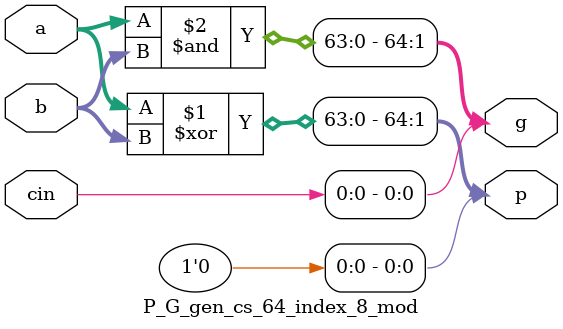
<source format=v>
/* verilator lint_off EOFNEWLINE */
/* verilator lint_off UNUSEDSIGNAL */
/* verilator lint_off WIDTHEXPAND */
/* verilator lint_off UNOPTFLAT */
module CS_Index_8_mod (a,b,cin,sum,cout);

input [64:1] a,b;
input cin;
output [64:1] sum;
output cout;

wire [64:0]p;
wire [64:0]g;

P_G_gen_cs_64_index_8_mod pg_gen_cs_16_mod (a,b,cin,p,g);

//level 1
wire [31:0] gnpg_level1;
wire [31:0] pp_level1;

genvar i;
generate
     for (i = 0;i<32 ;i=i+1 ) begin
        assign gnpg_level1[i]=g[i*2+1]|p[i*2+1]&g[2*i];  // gnpg[0]=g1+p1g0  // 2
        assign pp_level1[i]=p[i*2+1]&p[i*2];              // pp[0]=p1p0
   end
endgenerate

//level 2
wire [15:0] gnpg_level2;
wire [15:0] pp_level2;
generate 
    for (i = 0;i<16 ;i=i+1 ) begin
        assign gnpg_level2[i]=gnpg_level1[i*2+1]|pp_level1[i*2+1]&gnpg_level1[i*2];  // 4
        assign pp_level2[i]=pp_level1[i*2+1]&pp_level1[i*2];
   end
endgenerate

//level3
wire [7:0] gnpg_level3;
wire [7:0] pp_level3;

generate
    for (i = 0;i<8;i=i+1 ) begin
        assign gnpg_level3[i]=gnpg_level2[i*2+1]|pp_level2[i*2+1]&gnpg_level2[i*2]; // 8 16-8 24-16 32-24...
        assign pp_level3[i]=pp_level2[i*2+1]&pp_level2[i*2];
   end
endgenerate

wire [8:1] c8n;
assign c8n[1]=gnpg_level3[0]; // 8
assign sum[8]= c8n[1]^p[8];
assign c8n[2]=gnpg_level3[1]|pp_level3[1]&c8n[1]; // 16
assign sum[16]=c8n[2]^p[16];
assign c8n[3]=gnpg_level3[2]|pp_level3[2]&c8n[2]; // 24
assign sum[24]=c8n[3]^p[24];
assign c8n[4]=gnpg_level3[3]|pp_level3[3]&c8n[3]; // 32
assign sum[32]=c8n[4]^p[32];
assign c8n[5]=gnpg_level3[4]|pp_level3[4]&c8n[4]; // 40
assign sum[40]=c8n[5]^p[40];
assign c8n[6]=gnpg_level3[5]|pp_level3[5]&c8n[5]; // 48
assign sum[48]=c8n[6]^p[48];
assign c8n[7]=gnpg_level3[6]|pp_level3[6]&c8n[6]; // 56
assign sum[56]=c8n[7]^p[56];
assign c8n[8]=gnpg_level3[7]|pp_level3[7]&c8n[7]; // 64
assign sum[64]=c8n[8]^p[64];

assign cout=g[64]|p[64]&c8n[8];
wire c3;
assign sum[1]= cin^p[1];
assign sum[2]= gnpg_level1[0]^p[2];
assign c3=g[2]|p[2]&gnpg_level1[0];
assign sum[3]= c3^p[3];
assign sum[4]= gnpg_level2[0]^p[4];

wire tmp1,tmp2,c6,pptmp2,c5;
assign tmp1=g[4]|p[4]& gnpg_level2[0];
assign sum[5]=tmp1^p[5];
assign tmp2=g[6]|p[6]&g[5];
assign pptmp2=p[6]&p[5];
assign c5=g[5]|p[5]&tmp1;
assign sum[6]=c5^p[6];
assign c6=tmp2|pptmp2&tmp1;
assign sum[7]=p[7]^c6;

wire c13,c12,c11,c9,c8;
wire [3:0]tmp3,pptmp3;
assign tmp3[0]=g[8]|p[8]&c8n[1];
generate
    for (i = 1;i<4;i=i+1 ) begin
        assign tmp3[i]=g[8+2*i]|p[8+2*i]&g[7+2*i];
        assign pptmp3[i]= p[8+2*i]&p[7+2*i];
   end
endgenerate
assign sum[9]=tmp3[0]^p[9]; 
wire [1:0] tmp4;
wire pptmp4;
assign tmp4[0]= tmp3[1]|pptmp3[1]&tmp3[0];
assign c9=g[9]|p[9]&tmp3[0];
assign sum[10]=c9^p[10];
assign sum[11]=tmp4[0]^p[11];
assign tmp4[1]= tmp3[3]|pptmp3[3]&tmp3[2];
assign c11=g[11]|p[11]&tmp4[0];
assign sum[12]=c11^p[12];
assign c12=tmp3[2]|pptmp3[2]&tmp4[0];
assign sum[13]=c12^p[13];
wire tmp6,pptmp6;
assign tmp6=gnpg_level1[6]|pp_level1[6]&gnpg_level1[5];
assign pptmp6=pp_level1[6]&pp_level1[5];
assign c13=tmp6|pptmp6&c9;
assign sum[14]=c13^p[14];
assign pptmp4= pptmp3[3]&pptmp3[2];
wire tmp5;
assign tmp5= tmp4[1]|pptmp4&tmp4[0];
assign sum[15]=tmp5^p[15];

wire [3:0]tmp_from_c15,pptmp_from_c15;
wire [1:0]tmp_next_from_c15;
wire pptmp_next_from_c15;
wire c22;
assign tmp_from_c15[0]=g[16]|p[16]&c8n[2];
generate
    for (i = 1;i<4;i=i+1 ) begin
        assign tmp_from_c15[i]=g[16+2*i]|p[16+2*i]&g[15+2*i];
        assign pptmp_from_c15[i]= p[16+2*i]&p[15+2*i];
   end
endgenerate
assign sum[17]=tmp_from_c15[0]^p[17];
assign tmp_next_from_c15[0]= tmp_from_c15[1]|pptmp_from_c15[1]&tmp_from_c15[0];
wire c17;
assign c17=g[17]|p[17]&tmp_from_c15[0];
assign sum[18]=c17^p[18];
assign tmp_next_from_c15[1]= tmp_from_c15[3]|pptmp_from_c15[3]&tmp_from_c15[2];
assign sum[19]=tmp_next_from_c15[0]^p[19];
wire c19;
assign c19=g[19]|p[19]&tmp_next_from_c15[0];
assign sum[20]=c19^p[20];
wire c20;
assign c20=tmp_from_c15[2]|pptmp_from_c15[2]&tmp_next_from_c15[0];
assign sum[21]=c20^p[21];
assign pptmp_next_from_c15= pptmp_from_c15[3]&pptmp_from_c15[2];
wire c21;
wire c21_tmp;
wire c21_pptmp;
assign c21_tmp=gnpg_level1[10]|pp_level1[10]&gnpg_level1[9];
assign c21_pptmp=pp_level1[10]&pp_level1[9];
assign c21=c21_tmp|c21_pptmp&c17;
assign sum[22]=c21^p[22];
assign c22=tmp_next_from_c15[1]|pptmp_next_from_c15&tmp_next_from_c15[0];
assign sum[23]=c22^p[23];


wire [3:0]tmp_from_c23,pptmp_from_c23;
wire [1:0]tmp_next_from_c23;
wire pptmp_next_from_c23;
wire c30;
assign tmp_from_c23[0]=g[24]|p[24]&c8n[3];
generate
    for (i = 1;i<4;i=i+1 ) begin
        assign tmp_from_c23[i]=g[24+2*i]|p[24+2*i]&g[23+2*i];
        assign pptmp_from_c23[i]= p[24+2*i]&p[23+2*i];
   end
endgenerate
assign sum[25]=tmp_from_c23[0]^p[25];
assign tmp_next_from_c23[0]= tmp_from_c23[1]|pptmp_from_c23[1]&tmp_from_c23[0];
wire c25;
assign c25=g[25]|p[25]&tmp_from_c23[0];
assign sum[26]=c25^p[26];
assign tmp_next_from_c23[1]= tmp_from_c23[3]|pptmp_from_c23[3]&tmp_from_c23[2];
assign sum[27]=tmp_next_from_c23[0]^p[27];
wire c27;
assign c27=g[27]|p[27]&tmp_next_from_c23[0];
assign sum[28]=c27^p[28];
wire c28;
assign c28=tmp_from_c23[2]|pptmp_from_c23[2]&tmp_next_from_c23[0];
assign sum[29]=c28^p[29];
assign pptmp_next_from_c23= pptmp_from_c23[3]&pptmp_from_c23[2];
wire c29;
wire c29_tmp;
wire c29_pptmp;
assign c29_tmp=gnpg_level1[14]|pp_level1[14]&gnpg_level1[13];
assign c29_pptmp=pp_level1[14]&pp_level1[13];
assign c29=c29_tmp|c29_pptmp&c25;
assign sum[30]=c29^p[30];
assign c30=tmp_next_from_c23[1]|pptmp_next_from_c23&tmp_next_from_c23[0];
assign sum[31]=c30^p[31];

wire [3:0]tmp_from_c31,pptmp_from_c31;
wire [1:0]tmp_next_from_c31;
wire pptmp_next_from_c31;
wire c38;
assign tmp_from_c31[0]=g[32]|p[32]&c8n[4];
generate
    for (i = 1;i<4;i=i+1 ) begin
        assign tmp_from_c31[i]=g[32+2*i]|p[32+2*i]&g[31+2*i];
        assign pptmp_from_c31[i]= p[32+2*i]&p[31+2*i];
   end
endgenerate
assign sum[33]=tmp_from_c31[0]^p[33];
assign tmp_next_from_c31[0]= tmp_from_c31[1]|pptmp_from_c31[1]&tmp_from_c31[0];
wire c33;
assign c33=g[33]|p[33]&tmp_from_c31[0];
assign sum[34]=c33^p[34];
assign tmp_next_from_c31[1]= tmp_from_c31[3]|pptmp_from_c31[3]&tmp_from_c31[2];
assign sum[35]=tmp_next_from_c31[0]^p[35];
wire c35;
assign c35=g[35]|p[35]&tmp_next_from_c31[0];
assign sum[36]=c35^p[36];
wire c36;
assign c36=tmp_from_c31[2]|pptmp_from_c31[2]&tmp_next_from_c31[0];
assign sum[37]=c36^p[37];
assign pptmp_next_from_c31= pptmp_from_c31[3]&pptmp_from_c31[2];
wire c37;
wire c37_tmp;
wire c37_pptmp;
assign c37_tmp=gnpg_level1[18]|pp_level1[18]&gnpg_level1[17];
assign c37_pptmp=pp_level1[18]&pp_level1[17];
assign c37=c37_tmp|c37_pptmp&c33;
assign sum[38]=c37^p[38];
assign c38=tmp_next_from_c31[1]|pptmp_next_from_c31&tmp_next_from_c31[0];
assign sum[39]=c38^p[39];

wire [3:0]tmp_from_c39,pptmp_from_c39;
wire [1:0]tmp_next_from_c39;
wire pptmp_next_from_c39;
wire c46;
assign tmp_from_c39[0]=g[40]|p[40]&c8n[5];
generate
    for (i = 1;i<4;i=i+1 ) begin
        assign tmp_from_c39[i]=g[40+2*i]|p[40+2*i]&g[39+2*i];
        assign pptmp_from_c39[i]= p[40+2*i]&p[39+2*i];
   end
endgenerate
assign sum[41]=tmp_from_c39[0]^p[41];
assign tmp_next_from_c39[0]= tmp_from_c39[1]|pptmp_from_c39[1]&tmp_from_c39[0];
wire c41;
assign c41=g[41]|p[41]&tmp_from_c39[0];
assign sum[42]=c41^p[42];
assign tmp_next_from_c39[1]= tmp_from_c39[3]|pptmp_from_c39[3]&tmp_from_c39[2];
assign sum[43]=tmp_next_from_c39[0]^p[43];
wire c43;
assign c43=g[43]|p[43]&tmp_next_from_c39[0];
assign sum[44]=c43^p[44];
wire c44;
assign c44=tmp_from_c39[2]|pptmp_from_c39[2]&tmp_next_from_c39[0];
assign sum[45]=c44^p[45];
assign pptmp_next_from_c39= pptmp_from_c39[3]&pptmp_from_c39[2];
wire c45;
wire c45_tmp;
wire c45_pptmp;
assign c45_tmp=gnpg_level1[22]|pp_level1[22]&gnpg_level1[21];
assign c45_pptmp=pp_level1[22]&pp_level1[21];
assign c45=c45_tmp|c45_pptmp&c41;
assign sum[46]=c45^p[46];
assign c46=tmp_next_from_c39[1]|pptmp_next_from_c39&tmp_next_from_c39[0];
assign sum[47]=c46^p[47];

wire [3:0]tmp_from_c47,pptmp_from_c47;
wire [1:0]tmp_next_from_c47;
wire pptmp_next_from_c47;
wire c54;
assign tmp_from_c47[0]=g[48]|p[48]&c8n[6];
generate
    for (i = 1;i<4;i=i+1 ) begin
        assign tmp_from_c47[i]=g[48+2*i]|p[48+2*i]&g[47+2*i];
        assign pptmp_from_c47[i]= p[48+2*i]&p[47+2*i];
   end
endgenerate
assign sum[49]=tmp_from_c47[0]^p[49];
assign tmp_next_from_c47[0]= tmp_from_c47[1]|pptmp_from_c47[1]&tmp_from_c47[0];
wire c49;
assign c49=g[49]|p[49]&tmp_from_c47[0];
assign sum[50]=c49^p[50];
assign tmp_next_from_c47[1]= tmp_from_c47[3]|pptmp_from_c47[3]&tmp_from_c47[2];
assign sum[51]=tmp_next_from_c47[0]^p[51];
wire c51;
assign c51=g[51]|p[51]&tmp_next_from_c47[0];
assign sum[52]=c51^p[52];
wire c52;
assign c52=tmp_from_c47[2]|pptmp_from_c47[2]&tmp_next_from_c47[0];
assign sum[53]=c52^p[53];
assign pptmp_next_from_c47= pptmp_from_c47[3]&pptmp_from_c47[2];
wire c53;
wire c53_tmp;
wire c53_pptmp;
assign c53_tmp=gnpg_level1[26]|pp_level1[26]&gnpg_level1[25];
assign c53_pptmp=pp_level1[26]&pp_level1[25];
assign c53=c53_tmp|c53_pptmp&c49;
assign sum[54]=c53^p[54];
assign c54=tmp_next_from_c47[1]|pptmp_next_from_c47&tmp_next_from_c47[0];
assign sum[55]=c54^p[55];

wire [3:0]tmp_from_c55,pptmp_from_c55;
wire [1:0]tmp_next_from_c55;
wire pptmp_next_from_c55;
wire c62;
assign tmp_from_c55[0]=g[56]|p[56]&c8n[7];
generate
    for (i = 1;i<4;i=i+1 ) begin
        assign tmp_from_c55[i]=g[56+2*i]|p[56+2*i]&g[55+2*i];
        assign pptmp_from_c55[i]= p[56+2*i]&p[55+2*i];
   end
endgenerate
assign sum[57]=tmp_from_c55[0]^p[57];
assign tmp_next_from_c55[0]= tmp_from_c55[1]|pptmp_from_c55[1]&tmp_from_c55[0];
wire c57;
assign c57=g[57]|p[57]&tmp_from_c55[0];
assign sum[58]=c57^p[58];
assign tmp_next_from_c55[1]= tmp_from_c55[3]|pptmp_from_c55[3]&tmp_from_c55[2];
assign sum[59]=tmp_next_from_c55[0]^p[59];
wire c59;
assign c59=g[59]|p[59]&tmp_next_from_c55[0];
assign sum[60]=c59^p[60];
wire c60;
assign c60=tmp_from_c55[2]|pptmp_from_c55[2]&tmp_next_from_c55[0];
assign sum[61]=c60^p[61];
assign pptmp_next_from_c55= pptmp_from_c55[3]&pptmp_from_c55[2];
wire c61;
wire c61_tmp;
wire c61_pptmp;
assign c61_tmp=gnpg_level1[30]|pp_level1[30]&gnpg_level1[29];
assign c61_pptmp=pp_level1[30]&pp_level1[29];
assign c61=c61_tmp|c61_pptmp&c57;
assign sum[62]=c61^p[62];
assign c62=tmp_next_from_c55[1]|pptmp_next_from_c55&tmp_next_from_c55[0];
assign sum[63]=c62^p[63];


endmodule
module P_G_gen_cs_64_index_8_mod (a,b,cin,p,g);
input [63:0]a;
input [63:0]b;
input cin;
output [64:0]p;
output [64:0]g;
assign g[0]=cin;
assign p[0]=0;
assign p[64:1]=a^b;
assign g[64:1]=a&b;
endmodule


</source>
